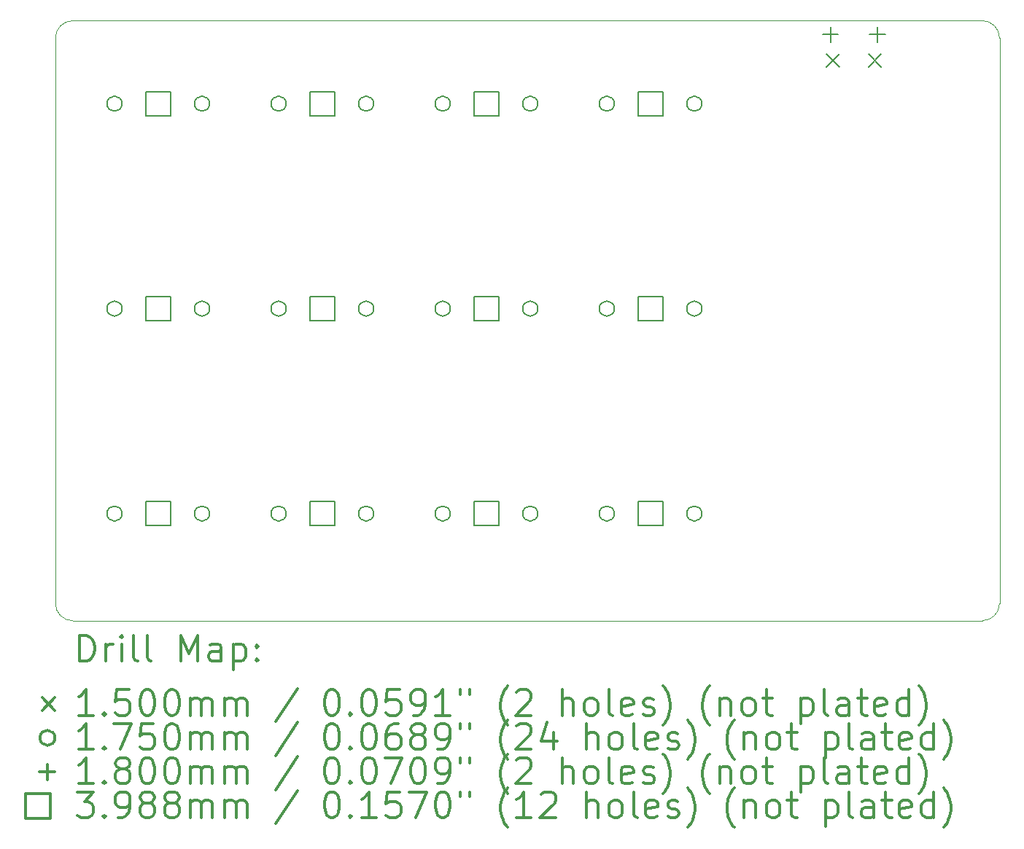
<source format=gbr>
%FSLAX45Y45*%
G04 Gerber Fmt 4.5, Leading zero omitted, Abs format (unit mm)*
G04 Created by KiCad (PCBNEW (5.1.10)-1) date 2021-11-22 08:37:44*
%MOMM*%
%LPD*%
G01*
G04 APERTURE LIST*
%TA.AperFunction,Profile*%
%ADD10C,0.100000*%
%TD*%
%ADD11C,0.200000*%
%ADD12C,0.300000*%
G04 APERTURE END LIST*
D10*
X17100000Y-3880000D02*
G75*
G02*
X17300000Y-4080000I0J-200000D01*
G01*
X17300000Y-10650000D02*
G75*
G02*
X17100000Y-10850000I-200000J0D01*
G01*
X6540000Y-10850000D02*
G75*
G02*
X6340000Y-10650000I0J200000D01*
G01*
X6340000Y-4080000D02*
X6340000Y-10650000D01*
X17100000Y-3880000D02*
X6540000Y-3880000D01*
X6340000Y-4080000D02*
G75*
G02*
X6540000Y-3880000I200000J0D01*
G01*
X17300000Y-10650000D02*
X17300000Y-4080000D01*
X6540000Y-10850000D02*
X17100000Y-10850000D01*
D11*
X15292500Y-4268000D02*
X15442500Y-4418000D01*
X15442500Y-4268000D02*
X15292500Y-4418000D01*
X15777500Y-4268000D02*
X15927500Y-4418000D01*
X15927500Y-4268000D02*
X15777500Y-4418000D01*
X7113000Y-4843500D02*
G75*
G03*
X7113000Y-4843500I-87500J0D01*
G01*
X7113000Y-7224750D02*
G75*
G03*
X7113000Y-7224750I-87500J0D01*
G01*
X7113000Y-9606000D02*
G75*
G03*
X7113000Y-9606000I-87500J0D01*
G01*
X8129000Y-4843500D02*
G75*
G03*
X8129000Y-4843500I-87500J0D01*
G01*
X8129000Y-7224750D02*
G75*
G03*
X8129000Y-7224750I-87500J0D01*
G01*
X8129000Y-9606000D02*
G75*
G03*
X8129000Y-9606000I-87500J0D01*
G01*
X9018000Y-4843500D02*
G75*
G03*
X9018000Y-4843500I-87500J0D01*
G01*
X9018000Y-7224750D02*
G75*
G03*
X9018000Y-7224750I-87500J0D01*
G01*
X9018000Y-9606000D02*
G75*
G03*
X9018000Y-9606000I-87500J0D01*
G01*
X10034000Y-4843500D02*
G75*
G03*
X10034000Y-4843500I-87500J0D01*
G01*
X10034000Y-7224750D02*
G75*
G03*
X10034000Y-7224750I-87500J0D01*
G01*
X10034000Y-9606000D02*
G75*
G03*
X10034000Y-9606000I-87500J0D01*
G01*
X10923000Y-4843500D02*
G75*
G03*
X10923000Y-4843500I-87500J0D01*
G01*
X10923000Y-7224750D02*
G75*
G03*
X10923000Y-7224750I-87500J0D01*
G01*
X10923000Y-9606000D02*
G75*
G03*
X10923000Y-9606000I-87500J0D01*
G01*
X11939000Y-4843500D02*
G75*
G03*
X11939000Y-4843500I-87500J0D01*
G01*
X11939000Y-7224750D02*
G75*
G03*
X11939000Y-7224750I-87500J0D01*
G01*
X11939000Y-9606000D02*
G75*
G03*
X11939000Y-9606000I-87500J0D01*
G01*
X12828000Y-4843500D02*
G75*
G03*
X12828000Y-4843500I-87500J0D01*
G01*
X12828000Y-7224750D02*
G75*
G03*
X12828000Y-7224750I-87500J0D01*
G01*
X12828000Y-9606000D02*
G75*
G03*
X12828000Y-9606000I-87500J0D01*
G01*
X13844000Y-4843500D02*
G75*
G03*
X13844000Y-4843500I-87500J0D01*
G01*
X13844000Y-7224750D02*
G75*
G03*
X13844000Y-7224750I-87500J0D01*
G01*
X13844000Y-9606000D02*
G75*
G03*
X13844000Y-9606000I-87500J0D01*
G01*
X15337500Y-3950000D02*
X15337500Y-4130000D01*
X15247500Y-4040000D02*
X15427500Y-4040000D01*
X15882500Y-3950000D02*
X15882500Y-4130000D01*
X15792500Y-4040000D02*
X15972500Y-4040000D01*
X7674491Y-4984491D02*
X7674491Y-4702509D01*
X7392509Y-4702509D01*
X7392509Y-4984491D01*
X7674491Y-4984491D01*
X7674491Y-7365741D02*
X7674491Y-7083759D01*
X7392509Y-7083759D01*
X7392509Y-7365741D01*
X7674491Y-7365741D01*
X7674491Y-9746991D02*
X7674491Y-9465009D01*
X7392509Y-9465009D01*
X7392509Y-9746991D01*
X7674491Y-9746991D01*
X9579491Y-4984491D02*
X9579491Y-4702509D01*
X9297509Y-4702509D01*
X9297509Y-4984491D01*
X9579491Y-4984491D01*
X9579491Y-7365741D02*
X9579491Y-7083759D01*
X9297509Y-7083759D01*
X9297509Y-7365741D01*
X9579491Y-7365741D01*
X9579491Y-9746991D02*
X9579491Y-9465009D01*
X9297509Y-9465009D01*
X9297509Y-9746991D01*
X9579491Y-9746991D01*
X11484491Y-4984491D02*
X11484491Y-4702509D01*
X11202509Y-4702509D01*
X11202509Y-4984491D01*
X11484491Y-4984491D01*
X11484491Y-7365741D02*
X11484491Y-7083759D01*
X11202509Y-7083759D01*
X11202509Y-7365741D01*
X11484491Y-7365741D01*
X11484491Y-9746991D02*
X11484491Y-9465009D01*
X11202509Y-9465009D01*
X11202509Y-9746991D01*
X11484491Y-9746991D01*
X13389491Y-4984491D02*
X13389491Y-4702509D01*
X13107509Y-4702509D01*
X13107509Y-4984491D01*
X13389491Y-4984491D01*
X13389491Y-7365741D02*
X13389491Y-7083759D01*
X13107509Y-7083759D01*
X13107509Y-7365741D01*
X13389491Y-7365741D01*
X13389491Y-9746991D02*
X13389491Y-9465009D01*
X13107509Y-9465009D01*
X13107509Y-9746991D01*
X13389491Y-9746991D01*
D12*
X6621428Y-11320714D02*
X6621428Y-11020714D01*
X6692857Y-11020714D01*
X6735714Y-11035000D01*
X6764286Y-11063572D01*
X6778571Y-11092143D01*
X6792857Y-11149286D01*
X6792857Y-11192143D01*
X6778571Y-11249286D01*
X6764286Y-11277857D01*
X6735714Y-11306429D01*
X6692857Y-11320714D01*
X6621428Y-11320714D01*
X6921428Y-11320714D02*
X6921428Y-11120714D01*
X6921428Y-11177857D02*
X6935714Y-11149286D01*
X6950000Y-11135000D01*
X6978571Y-11120714D01*
X7007143Y-11120714D01*
X7107143Y-11320714D02*
X7107143Y-11120714D01*
X7107143Y-11020714D02*
X7092857Y-11035000D01*
X7107143Y-11049286D01*
X7121428Y-11035000D01*
X7107143Y-11020714D01*
X7107143Y-11049286D01*
X7292857Y-11320714D02*
X7264286Y-11306429D01*
X7250000Y-11277857D01*
X7250000Y-11020714D01*
X7450000Y-11320714D02*
X7421428Y-11306429D01*
X7407143Y-11277857D01*
X7407143Y-11020714D01*
X7792857Y-11320714D02*
X7792857Y-11020714D01*
X7892857Y-11235000D01*
X7992857Y-11020714D01*
X7992857Y-11320714D01*
X8264286Y-11320714D02*
X8264286Y-11163572D01*
X8250000Y-11135000D01*
X8221428Y-11120714D01*
X8164286Y-11120714D01*
X8135714Y-11135000D01*
X8264286Y-11306429D02*
X8235714Y-11320714D01*
X8164286Y-11320714D01*
X8135714Y-11306429D01*
X8121428Y-11277857D01*
X8121428Y-11249286D01*
X8135714Y-11220714D01*
X8164286Y-11206429D01*
X8235714Y-11206429D01*
X8264286Y-11192143D01*
X8407143Y-11120714D02*
X8407143Y-11420714D01*
X8407143Y-11135000D02*
X8435714Y-11120714D01*
X8492857Y-11120714D01*
X8521428Y-11135000D01*
X8535714Y-11149286D01*
X8550000Y-11177857D01*
X8550000Y-11263571D01*
X8535714Y-11292143D01*
X8521428Y-11306429D01*
X8492857Y-11320714D01*
X8435714Y-11320714D01*
X8407143Y-11306429D01*
X8678571Y-11292143D02*
X8692857Y-11306429D01*
X8678571Y-11320714D01*
X8664286Y-11306429D01*
X8678571Y-11292143D01*
X8678571Y-11320714D01*
X8678571Y-11135000D02*
X8692857Y-11149286D01*
X8678571Y-11163572D01*
X8664286Y-11149286D01*
X8678571Y-11135000D01*
X8678571Y-11163572D01*
X6185000Y-11740000D02*
X6335000Y-11890000D01*
X6335000Y-11740000D02*
X6185000Y-11890000D01*
X6778571Y-11950714D02*
X6607143Y-11950714D01*
X6692857Y-11950714D02*
X6692857Y-11650714D01*
X6664286Y-11693571D01*
X6635714Y-11722143D01*
X6607143Y-11736429D01*
X6907143Y-11922143D02*
X6921428Y-11936429D01*
X6907143Y-11950714D01*
X6892857Y-11936429D01*
X6907143Y-11922143D01*
X6907143Y-11950714D01*
X7192857Y-11650714D02*
X7050000Y-11650714D01*
X7035714Y-11793571D01*
X7050000Y-11779286D01*
X7078571Y-11765000D01*
X7150000Y-11765000D01*
X7178571Y-11779286D01*
X7192857Y-11793571D01*
X7207143Y-11822143D01*
X7207143Y-11893571D01*
X7192857Y-11922143D01*
X7178571Y-11936429D01*
X7150000Y-11950714D01*
X7078571Y-11950714D01*
X7050000Y-11936429D01*
X7035714Y-11922143D01*
X7392857Y-11650714D02*
X7421428Y-11650714D01*
X7450000Y-11665000D01*
X7464286Y-11679286D01*
X7478571Y-11707857D01*
X7492857Y-11765000D01*
X7492857Y-11836429D01*
X7478571Y-11893571D01*
X7464286Y-11922143D01*
X7450000Y-11936429D01*
X7421428Y-11950714D01*
X7392857Y-11950714D01*
X7364286Y-11936429D01*
X7350000Y-11922143D01*
X7335714Y-11893571D01*
X7321428Y-11836429D01*
X7321428Y-11765000D01*
X7335714Y-11707857D01*
X7350000Y-11679286D01*
X7364286Y-11665000D01*
X7392857Y-11650714D01*
X7678571Y-11650714D02*
X7707143Y-11650714D01*
X7735714Y-11665000D01*
X7750000Y-11679286D01*
X7764286Y-11707857D01*
X7778571Y-11765000D01*
X7778571Y-11836429D01*
X7764286Y-11893571D01*
X7750000Y-11922143D01*
X7735714Y-11936429D01*
X7707143Y-11950714D01*
X7678571Y-11950714D01*
X7650000Y-11936429D01*
X7635714Y-11922143D01*
X7621428Y-11893571D01*
X7607143Y-11836429D01*
X7607143Y-11765000D01*
X7621428Y-11707857D01*
X7635714Y-11679286D01*
X7650000Y-11665000D01*
X7678571Y-11650714D01*
X7907143Y-11950714D02*
X7907143Y-11750714D01*
X7907143Y-11779286D02*
X7921428Y-11765000D01*
X7950000Y-11750714D01*
X7992857Y-11750714D01*
X8021428Y-11765000D01*
X8035714Y-11793571D01*
X8035714Y-11950714D01*
X8035714Y-11793571D02*
X8050000Y-11765000D01*
X8078571Y-11750714D01*
X8121428Y-11750714D01*
X8150000Y-11765000D01*
X8164286Y-11793571D01*
X8164286Y-11950714D01*
X8307143Y-11950714D02*
X8307143Y-11750714D01*
X8307143Y-11779286D02*
X8321428Y-11765000D01*
X8350000Y-11750714D01*
X8392857Y-11750714D01*
X8421428Y-11765000D01*
X8435714Y-11793571D01*
X8435714Y-11950714D01*
X8435714Y-11793571D02*
X8450000Y-11765000D01*
X8478571Y-11750714D01*
X8521428Y-11750714D01*
X8550000Y-11765000D01*
X8564286Y-11793571D01*
X8564286Y-11950714D01*
X9150000Y-11636429D02*
X8892857Y-12022143D01*
X9535714Y-11650714D02*
X9564286Y-11650714D01*
X9592857Y-11665000D01*
X9607143Y-11679286D01*
X9621428Y-11707857D01*
X9635714Y-11765000D01*
X9635714Y-11836429D01*
X9621428Y-11893571D01*
X9607143Y-11922143D01*
X9592857Y-11936429D01*
X9564286Y-11950714D01*
X9535714Y-11950714D01*
X9507143Y-11936429D01*
X9492857Y-11922143D01*
X9478571Y-11893571D01*
X9464286Y-11836429D01*
X9464286Y-11765000D01*
X9478571Y-11707857D01*
X9492857Y-11679286D01*
X9507143Y-11665000D01*
X9535714Y-11650714D01*
X9764286Y-11922143D02*
X9778571Y-11936429D01*
X9764286Y-11950714D01*
X9750000Y-11936429D01*
X9764286Y-11922143D01*
X9764286Y-11950714D01*
X9964286Y-11650714D02*
X9992857Y-11650714D01*
X10021428Y-11665000D01*
X10035714Y-11679286D01*
X10050000Y-11707857D01*
X10064286Y-11765000D01*
X10064286Y-11836429D01*
X10050000Y-11893571D01*
X10035714Y-11922143D01*
X10021428Y-11936429D01*
X9992857Y-11950714D01*
X9964286Y-11950714D01*
X9935714Y-11936429D01*
X9921428Y-11922143D01*
X9907143Y-11893571D01*
X9892857Y-11836429D01*
X9892857Y-11765000D01*
X9907143Y-11707857D01*
X9921428Y-11679286D01*
X9935714Y-11665000D01*
X9964286Y-11650714D01*
X10335714Y-11650714D02*
X10192857Y-11650714D01*
X10178571Y-11793571D01*
X10192857Y-11779286D01*
X10221428Y-11765000D01*
X10292857Y-11765000D01*
X10321428Y-11779286D01*
X10335714Y-11793571D01*
X10350000Y-11822143D01*
X10350000Y-11893571D01*
X10335714Y-11922143D01*
X10321428Y-11936429D01*
X10292857Y-11950714D01*
X10221428Y-11950714D01*
X10192857Y-11936429D01*
X10178571Y-11922143D01*
X10492857Y-11950714D02*
X10550000Y-11950714D01*
X10578571Y-11936429D01*
X10592857Y-11922143D01*
X10621428Y-11879286D01*
X10635714Y-11822143D01*
X10635714Y-11707857D01*
X10621428Y-11679286D01*
X10607143Y-11665000D01*
X10578571Y-11650714D01*
X10521428Y-11650714D01*
X10492857Y-11665000D01*
X10478571Y-11679286D01*
X10464286Y-11707857D01*
X10464286Y-11779286D01*
X10478571Y-11807857D01*
X10492857Y-11822143D01*
X10521428Y-11836429D01*
X10578571Y-11836429D01*
X10607143Y-11822143D01*
X10621428Y-11807857D01*
X10635714Y-11779286D01*
X10921428Y-11950714D02*
X10750000Y-11950714D01*
X10835714Y-11950714D02*
X10835714Y-11650714D01*
X10807143Y-11693571D01*
X10778571Y-11722143D01*
X10750000Y-11736429D01*
X11035714Y-11650714D02*
X11035714Y-11707857D01*
X11150000Y-11650714D02*
X11150000Y-11707857D01*
X11592857Y-12065000D02*
X11578571Y-12050714D01*
X11550000Y-12007857D01*
X11535714Y-11979286D01*
X11521428Y-11936429D01*
X11507143Y-11865000D01*
X11507143Y-11807857D01*
X11521428Y-11736429D01*
X11535714Y-11693571D01*
X11550000Y-11665000D01*
X11578571Y-11622143D01*
X11592857Y-11607857D01*
X11692857Y-11679286D02*
X11707143Y-11665000D01*
X11735714Y-11650714D01*
X11807143Y-11650714D01*
X11835714Y-11665000D01*
X11850000Y-11679286D01*
X11864286Y-11707857D01*
X11864286Y-11736429D01*
X11850000Y-11779286D01*
X11678571Y-11950714D01*
X11864286Y-11950714D01*
X12221428Y-11950714D02*
X12221428Y-11650714D01*
X12350000Y-11950714D02*
X12350000Y-11793571D01*
X12335714Y-11765000D01*
X12307143Y-11750714D01*
X12264286Y-11750714D01*
X12235714Y-11765000D01*
X12221428Y-11779286D01*
X12535714Y-11950714D02*
X12507143Y-11936429D01*
X12492857Y-11922143D01*
X12478571Y-11893571D01*
X12478571Y-11807857D01*
X12492857Y-11779286D01*
X12507143Y-11765000D01*
X12535714Y-11750714D01*
X12578571Y-11750714D01*
X12607143Y-11765000D01*
X12621428Y-11779286D01*
X12635714Y-11807857D01*
X12635714Y-11893571D01*
X12621428Y-11922143D01*
X12607143Y-11936429D01*
X12578571Y-11950714D01*
X12535714Y-11950714D01*
X12807143Y-11950714D02*
X12778571Y-11936429D01*
X12764286Y-11907857D01*
X12764286Y-11650714D01*
X13035714Y-11936429D02*
X13007143Y-11950714D01*
X12950000Y-11950714D01*
X12921428Y-11936429D01*
X12907143Y-11907857D01*
X12907143Y-11793571D01*
X12921428Y-11765000D01*
X12950000Y-11750714D01*
X13007143Y-11750714D01*
X13035714Y-11765000D01*
X13050000Y-11793571D01*
X13050000Y-11822143D01*
X12907143Y-11850714D01*
X13164286Y-11936429D02*
X13192857Y-11950714D01*
X13250000Y-11950714D01*
X13278571Y-11936429D01*
X13292857Y-11907857D01*
X13292857Y-11893571D01*
X13278571Y-11865000D01*
X13250000Y-11850714D01*
X13207143Y-11850714D01*
X13178571Y-11836429D01*
X13164286Y-11807857D01*
X13164286Y-11793571D01*
X13178571Y-11765000D01*
X13207143Y-11750714D01*
X13250000Y-11750714D01*
X13278571Y-11765000D01*
X13392857Y-12065000D02*
X13407143Y-12050714D01*
X13435714Y-12007857D01*
X13450000Y-11979286D01*
X13464286Y-11936429D01*
X13478571Y-11865000D01*
X13478571Y-11807857D01*
X13464286Y-11736429D01*
X13450000Y-11693571D01*
X13435714Y-11665000D01*
X13407143Y-11622143D01*
X13392857Y-11607857D01*
X13935714Y-12065000D02*
X13921428Y-12050714D01*
X13892857Y-12007857D01*
X13878571Y-11979286D01*
X13864286Y-11936429D01*
X13850000Y-11865000D01*
X13850000Y-11807857D01*
X13864286Y-11736429D01*
X13878571Y-11693571D01*
X13892857Y-11665000D01*
X13921428Y-11622143D01*
X13935714Y-11607857D01*
X14050000Y-11750714D02*
X14050000Y-11950714D01*
X14050000Y-11779286D02*
X14064286Y-11765000D01*
X14092857Y-11750714D01*
X14135714Y-11750714D01*
X14164286Y-11765000D01*
X14178571Y-11793571D01*
X14178571Y-11950714D01*
X14364286Y-11950714D02*
X14335714Y-11936429D01*
X14321428Y-11922143D01*
X14307143Y-11893571D01*
X14307143Y-11807857D01*
X14321428Y-11779286D01*
X14335714Y-11765000D01*
X14364286Y-11750714D01*
X14407143Y-11750714D01*
X14435714Y-11765000D01*
X14450000Y-11779286D01*
X14464286Y-11807857D01*
X14464286Y-11893571D01*
X14450000Y-11922143D01*
X14435714Y-11936429D01*
X14407143Y-11950714D01*
X14364286Y-11950714D01*
X14550000Y-11750714D02*
X14664286Y-11750714D01*
X14592857Y-11650714D02*
X14592857Y-11907857D01*
X14607143Y-11936429D01*
X14635714Y-11950714D01*
X14664286Y-11950714D01*
X14992857Y-11750714D02*
X14992857Y-12050714D01*
X14992857Y-11765000D02*
X15021428Y-11750714D01*
X15078571Y-11750714D01*
X15107143Y-11765000D01*
X15121428Y-11779286D01*
X15135714Y-11807857D01*
X15135714Y-11893571D01*
X15121428Y-11922143D01*
X15107143Y-11936429D01*
X15078571Y-11950714D01*
X15021428Y-11950714D01*
X14992857Y-11936429D01*
X15307143Y-11950714D02*
X15278571Y-11936429D01*
X15264286Y-11907857D01*
X15264286Y-11650714D01*
X15550000Y-11950714D02*
X15550000Y-11793571D01*
X15535714Y-11765000D01*
X15507143Y-11750714D01*
X15450000Y-11750714D01*
X15421428Y-11765000D01*
X15550000Y-11936429D02*
X15521428Y-11950714D01*
X15450000Y-11950714D01*
X15421428Y-11936429D01*
X15407143Y-11907857D01*
X15407143Y-11879286D01*
X15421428Y-11850714D01*
X15450000Y-11836429D01*
X15521428Y-11836429D01*
X15550000Y-11822143D01*
X15650000Y-11750714D02*
X15764286Y-11750714D01*
X15692857Y-11650714D02*
X15692857Y-11907857D01*
X15707143Y-11936429D01*
X15735714Y-11950714D01*
X15764286Y-11950714D01*
X15978571Y-11936429D02*
X15950000Y-11950714D01*
X15892857Y-11950714D01*
X15864286Y-11936429D01*
X15850000Y-11907857D01*
X15850000Y-11793571D01*
X15864286Y-11765000D01*
X15892857Y-11750714D01*
X15950000Y-11750714D01*
X15978571Y-11765000D01*
X15992857Y-11793571D01*
X15992857Y-11822143D01*
X15850000Y-11850714D01*
X16250000Y-11950714D02*
X16250000Y-11650714D01*
X16250000Y-11936429D02*
X16221428Y-11950714D01*
X16164286Y-11950714D01*
X16135714Y-11936429D01*
X16121428Y-11922143D01*
X16107143Y-11893571D01*
X16107143Y-11807857D01*
X16121428Y-11779286D01*
X16135714Y-11765000D01*
X16164286Y-11750714D01*
X16221428Y-11750714D01*
X16250000Y-11765000D01*
X16364286Y-12065000D02*
X16378571Y-12050714D01*
X16407143Y-12007857D01*
X16421428Y-11979286D01*
X16435714Y-11936429D01*
X16450000Y-11865000D01*
X16450000Y-11807857D01*
X16435714Y-11736429D01*
X16421428Y-11693571D01*
X16407143Y-11665000D01*
X16378571Y-11622143D01*
X16364286Y-11607857D01*
X6335000Y-12211000D02*
G75*
G03*
X6335000Y-12211000I-87500J0D01*
G01*
X6778571Y-12346714D02*
X6607143Y-12346714D01*
X6692857Y-12346714D02*
X6692857Y-12046714D01*
X6664286Y-12089571D01*
X6635714Y-12118143D01*
X6607143Y-12132429D01*
X6907143Y-12318143D02*
X6921428Y-12332429D01*
X6907143Y-12346714D01*
X6892857Y-12332429D01*
X6907143Y-12318143D01*
X6907143Y-12346714D01*
X7021428Y-12046714D02*
X7221428Y-12046714D01*
X7092857Y-12346714D01*
X7478571Y-12046714D02*
X7335714Y-12046714D01*
X7321428Y-12189571D01*
X7335714Y-12175286D01*
X7364286Y-12161000D01*
X7435714Y-12161000D01*
X7464286Y-12175286D01*
X7478571Y-12189571D01*
X7492857Y-12218143D01*
X7492857Y-12289571D01*
X7478571Y-12318143D01*
X7464286Y-12332429D01*
X7435714Y-12346714D01*
X7364286Y-12346714D01*
X7335714Y-12332429D01*
X7321428Y-12318143D01*
X7678571Y-12046714D02*
X7707143Y-12046714D01*
X7735714Y-12061000D01*
X7750000Y-12075286D01*
X7764286Y-12103857D01*
X7778571Y-12161000D01*
X7778571Y-12232429D01*
X7764286Y-12289571D01*
X7750000Y-12318143D01*
X7735714Y-12332429D01*
X7707143Y-12346714D01*
X7678571Y-12346714D01*
X7650000Y-12332429D01*
X7635714Y-12318143D01*
X7621428Y-12289571D01*
X7607143Y-12232429D01*
X7607143Y-12161000D01*
X7621428Y-12103857D01*
X7635714Y-12075286D01*
X7650000Y-12061000D01*
X7678571Y-12046714D01*
X7907143Y-12346714D02*
X7907143Y-12146714D01*
X7907143Y-12175286D02*
X7921428Y-12161000D01*
X7950000Y-12146714D01*
X7992857Y-12146714D01*
X8021428Y-12161000D01*
X8035714Y-12189571D01*
X8035714Y-12346714D01*
X8035714Y-12189571D02*
X8050000Y-12161000D01*
X8078571Y-12146714D01*
X8121428Y-12146714D01*
X8150000Y-12161000D01*
X8164286Y-12189571D01*
X8164286Y-12346714D01*
X8307143Y-12346714D02*
X8307143Y-12146714D01*
X8307143Y-12175286D02*
X8321428Y-12161000D01*
X8350000Y-12146714D01*
X8392857Y-12146714D01*
X8421428Y-12161000D01*
X8435714Y-12189571D01*
X8435714Y-12346714D01*
X8435714Y-12189571D02*
X8450000Y-12161000D01*
X8478571Y-12146714D01*
X8521428Y-12146714D01*
X8550000Y-12161000D01*
X8564286Y-12189571D01*
X8564286Y-12346714D01*
X9150000Y-12032429D02*
X8892857Y-12418143D01*
X9535714Y-12046714D02*
X9564286Y-12046714D01*
X9592857Y-12061000D01*
X9607143Y-12075286D01*
X9621428Y-12103857D01*
X9635714Y-12161000D01*
X9635714Y-12232429D01*
X9621428Y-12289571D01*
X9607143Y-12318143D01*
X9592857Y-12332429D01*
X9564286Y-12346714D01*
X9535714Y-12346714D01*
X9507143Y-12332429D01*
X9492857Y-12318143D01*
X9478571Y-12289571D01*
X9464286Y-12232429D01*
X9464286Y-12161000D01*
X9478571Y-12103857D01*
X9492857Y-12075286D01*
X9507143Y-12061000D01*
X9535714Y-12046714D01*
X9764286Y-12318143D02*
X9778571Y-12332429D01*
X9764286Y-12346714D01*
X9750000Y-12332429D01*
X9764286Y-12318143D01*
X9764286Y-12346714D01*
X9964286Y-12046714D02*
X9992857Y-12046714D01*
X10021428Y-12061000D01*
X10035714Y-12075286D01*
X10050000Y-12103857D01*
X10064286Y-12161000D01*
X10064286Y-12232429D01*
X10050000Y-12289571D01*
X10035714Y-12318143D01*
X10021428Y-12332429D01*
X9992857Y-12346714D01*
X9964286Y-12346714D01*
X9935714Y-12332429D01*
X9921428Y-12318143D01*
X9907143Y-12289571D01*
X9892857Y-12232429D01*
X9892857Y-12161000D01*
X9907143Y-12103857D01*
X9921428Y-12075286D01*
X9935714Y-12061000D01*
X9964286Y-12046714D01*
X10321428Y-12046714D02*
X10264286Y-12046714D01*
X10235714Y-12061000D01*
X10221428Y-12075286D01*
X10192857Y-12118143D01*
X10178571Y-12175286D01*
X10178571Y-12289571D01*
X10192857Y-12318143D01*
X10207143Y-12332429D01*
X10235714Y-12346714D01*
X10292857Y-12346714D01*
X10321428Y-12332429D01*
X10335714Y-12318143D01*
X10350000Y-12289571D01*
X10350000Y-12218143D01*
X10335714Y-12189571D01*
X10321428Y-12175286D01*
X10292857Y-12161000D01*
X10235714Y-12161000D01*
X10207143Y-12175286D01*
X10192857Y-12189571D01*
X10178571Y-12218143D01*
X10521428Y-12175286D02*
X10492857Y-12161000D01*
X10478571Y-12146714D01*
X10464286Y-12118143D01*
X10464286Y-12103857D01*
X10478571Y-12075286D01*
X10492857Y-12061000D01*
X10521428Y-12046714D01*
X10578571Y-12046714D01*
X10607143Y-12061000D01*
X10621428Y-12075286D01*
X10635714Y-12103857D01*
X10635714Y-12118143D01*
X10621428Y-12146714D01*
X10607143Y-12161000D01*
X10578571Y-12175286D01*
X10521428Y-12175286D01*
X10492857Y-12189571D01*
X10478571Y-12203857D01*
X10464286Y-12232429D01*
X10464286Y-12289571D01*
X10478571Y-12318143D01*
X10492857Y-12332429D01*
X10521428Y-12346714D01*
X10578571Y-12346714D01*
X10607143Y-12332429D01*
X10621428Y-12318143D01*
X10635714Y-12289571D01*
X10635714Y-12232429D01*
X10621428Y-12203857D01*
X10607143Y-12189571D01*
X10578571Y-12175286D01*
X10778571Y-12346714D02*
X10835714Y-12346714D01*
X10864286Y-12332429D01*
X10878571Y-12318143D01*
X10907143Y-12275286D01*
X10921428Y-12218143D01*
X10921428Y-12103857D01*
X10907143Y-12075286D01*
X10892857Y-12061000D01*
X10864286Y-12046714D01*
X10807143Y-12046714D01*
X10778571Y-12061000D01*
X10764286Y-12075286D01*
X10750000Y-12103857D01*
X10750000Y-12175286D01*
X10764286Y-12203857D01*
X10778571Y-12218143D01*
X10807143Y-12232429D01*
X10864286Y-12232429D01*
X10892857Y-12218143D01*
X10907143Y-12203857D01*
X10921428Y-12175286D01*
X11035714Y-12046714D02*
X11035714Y-12103857D01*
X11150000Y-12046714D02*
X11150000Y-12103857D01*
X11592857Y-12461000D02*
X11578571Y-12446714D01*
X11550000Y-12403857D01*
X11535714Y-12375286D01*
X11521428Y-12332429D01*
X11507143Y-12261000D01*
X11507143Y-12203857D01*
X11521428Y-12132429D01*
X11535714Y-12089571D01*
X11550000Y-12061000D01*
X11578571Y-12018143D01*
X11592857Y-12003857D01*
X11692857Y-12075286D02*
X11707143Y-12061000D01*
X11735714Y-12046714D01*
X11807143Y-12046714D01*
X11835714Y-12061000D01*
X11850000Y-12075286D01*
X11864286Y-12103857D01*
X11864286Y-12132429D01*
X11850000Y-12175286D01*
X11678571Y-12346714D01*
X11864286Y-12346714D01*
X12121428Y-12146714D02*
X12121428Y-12346714D01*
X12050000Y-12032429D02*
X11978571Y-12246714D01*
X12164286Y-12246714D01*
X12507143Y-12346714D02*
X12507143Y-12046714D01*
X12635714Y-12346714D02*
X12635714Y-12189571D01*
X12621428Y-12161000D01*
X12592857Y-12146714D01*
X12550000Y-12146714D01*
X12521428Y-12161000D01*
X12507143Y-12175286D01*
X12821428Y-12346714D02*
X12792857Y-12332429D01*
X12778571Y-12318143D01*
X12764286Y-12289571D01*
X12764286Y-12203857D01*
X12778571Y-12175286D01*
X12792857Y-12161000D01*
X12821428Y-12146714D01*
X12864286Y-12146714D01*
X12892857Y-12161000D01*
X12907143Y-12175286D01*
X12921428Y-12203857D01*
X12921428Y-12289571D01*
X12907143Y-12318143D01*
X12892857Y-12332429D01*
X12864286Y-12346714D01*
X12821428Y-12346714D01*
X13092857Y-12346714D02*
X13064286Y-12332429D01*
X13050000Y-12303857D01*
X13050000Y-12046714D01*
X13321428Y-12332429D02*
X13292857Y-12346714D01*
X13235714Y-12346714D01*
X13207143Y-12332429D01*
X13192857Y-12303857D01*
X13192857Y-12189571D01*
X13207143Y-12161000D01*
X13235714Y-12146714D01*
X13292857Y-12146714D01*
X13321428Y-12161000D01*
X13335714Y-12189571D01*
X13335714Y-12218143D01*
X13192857Y-12246714D01*
X13450000Y-12332429D02*
X13478571Y-12346714D01*
X13535714Y-12346714D01*
X13564286Y-12332429D01*
X13578571Y-12303857D01*
X13578571Y-12289571D01*
X13564286Y-12261000D01*
X13535714Y-12246714D01*
X13492857Y-12246714D01*
X13464286Y-12232429D01*
X13450000Y-12203857D01*
X13450000Y-12189571D01*
X13464286Y-12161000D01*
X13492857Y-12146714D01*
X13535714Y-12146714D01*
X13564286Y-12161000D01*
X13678571Y-12461000D02*
X13692857Y-12446714D01*
X13721428Y-12403857D01*
X13735714Y-12375286D01*
X13750000Y-12332429D01*
X13764286Y-12261000D01*
X13764286Y-12203857D01*
X13750000Y-12132429D01*
X13735714Y-12089571D01*
X13721428Y-12061000D01*
X13692857Y-12018143D01*
X13678571Y-12003857D01*
X14221428Y-12461000D02*
X14207143Y-12446714D01*
X14178571Y-12403857D01*
X14164286Y-12375286D01*
X14150000Y-12332429D01*
X14135714Y-12261000D01*
X14135714Y-12203857D01*
X14150000Y-12132429D01*
X14164286Y-12089571D01*
X14178571Y-12061000D01*
X14207143Y-12018143D01*
X14221428Y-12003857D01*
X14335714Y-12146714D02*
X14335714Y-12346714D01*
X14335714Y-12175286D02*
X14350000Y-12161000D01*
X14378571Y-12146714D01*
X14421428Y-12146714D01*
X14450000Y-12161000D01*
X14464286Y-12189571D01*
X14464286Y-12346714D01*
X14650000Y-12346714D02*
X14621428Y-12332429D01*
X14607143Y-12318143D01*
X14592857Y-12289571D01*
X14592857Y-12203857D01*
X14607143Y-12175286D01*
X14621428Y-12161000D01*
X14650000Y-12146714D01*
X14692857Y-12146714D01*
X14721428Y-12161000D01*
X14735714Y-12175286D01*
X14750000Y-12203857D01*
X14750000Y-12289571D01*
X14735714Y-12318143D01*
X14721428Y-12332429D01*
X14692857Y-12346714D01*
X14650000Y-12346714D01*
X14835714Y-12146714D02*
X14950000Y-12146714D01*
X14878571Y-12046714D02*
X14878571Y-12303857D01*
X14892857Y-12332429D01*
X14921428Y-12346714D01*
X14950000Y-12346714D01*
X15278571Y-12146714D02*
X15278571Y-12446714D01*
X15278571Y-12161000D02*
X15307143Y-12146714D01*
X15364286Y-12146714D01*
X15392857Y-12161000D01*
X15407143Y-12175286D01*
X15421428Y-12203857D01*
X15421428Y-12289571D01*
X15407143Y-12318143D01*
X15392857Y-12332429D01*
X15364286Y-12346714D01*
X15307143Y-12346714D01*
X15278571Y-12332429D01*
X15592857Y-12346714D02*
X15564286Y-12332429D01*
X15550000Y-12303857D01*
X15550000Y-12046714D01*
X15835714Y-12346714D02*
X15835714Y-12189571D01*
X15821428Y-12161000D01*
X15792857Y-12146714D01*
X15735714Y-12146714D01*
X15707143Y-12161000D01*
X15835714Y-12332429D02*
X15807143Y-12346714D01*
X15735714Y-12346714D01*
X15707143Y-12332429D01*
X15692857Y-12303857D01*
X15692857Y-12275286D01*
X15707143Y-12246714D01*
X15735714Y-12232429D01*
X15807143Y-12232429D01*
X15835714Y-12218143D01*
X15935714Y-12146714D02*
X16050000Y-12146714D01*
X15978571Y-12046714D02*
X15978571Y-12303857D01*
X15992857Y-12332429D01*
X16021428Y-12346714D01*
X16050000Y-12346714D01*
X16264286Y-12332429D02*
X16235714Y-12346714D01*
X16178571Y-12346714D01*
X16150000Y-12332429D01*
X16135714Y-12303857D01*
X16135714Y-12189571D01*
X16150000Y-12161000D01*
X16178571Y-12146714D01*
X16235714Y-12146714D01*
X16264286Y-12161000D01*
X16278571Y-12189571D01*
X16278571Y-12218143D01*
X16135714Y-12246714D01*
X16535714Y-12346714D02*
X16535714Y-12046714D01*
X16535714Y-12332429D02*
X16507143Y-12346714D01*
X16450000Y-12346714D01*
X16421428Y-12332429D01*
X16407143Y-12318143D01*
X16392857Y-12289571D01*
X16392857Y-12203857D01*
X16407143Y-12175286D01*
X16421428Y-12161000D01*
X16450000Y-12146714D01*
X16507143Y-12146714D01*
X16535714Y-12161000D01*
X16650000Y-12461000D02*
X16664286Y-12446714D01*
X16692857Y-12403857D01*
X16707143Y-12375286D01*
X16721428Y-12332429D01*
X16735714Y-12261000D01*
X16735714Y-12203857D01*
X16721428Y-12132429D01*
X16707143Y-12089571D01*
X16692857Y-12061000D01*
X16664286Y-12018143D01*
X16650000Y-12003857D01*
X6245000Y-12517000D02*
X6245000Y-12697000D01*
X6155000Y-12607000D02*
X6335000Y-12607000D01*
X6778571Y-12742714D02*
X6607143Y-12742714D01*
X6692857Y-12742714D02*
X6692857Y-12442714D01*
X6664286Y-12485571D01*
X6635714Y-12514143D01*
X6607143Y-12528429D01*
X6907143Y-12714143D02*
X6921428Y-12728429D01*
X6907143Y-12742714D01*
X6892857Y-12728429D01*
X6907143Y-12714143D01*
X6907143Y-12742714D01*
X7092857Y-12571286D02*
X7064286Y-12557000D01*
X7050000Y-12542714D01*
X7035714Y-12514143D01*
X7035714Y-12499857D01*
X7050000Y-12471286D01*
X7064286Y-12457000D01*
X7092857Y-12442714D01*
X7150000Y-12442714D01*
X7178571Y-12457000D01*
X7192857Y-12471286D01*
X7207143Y-12499857D01*
X7207143Y-12514143D01*
X7192857Y-12542714D01*
X7178571Y-12557000D01*
X7150000Y-12571286D01*
X7092857Y-12571286D01*
X7064286Y-12585571D01*
X7050000Y-12599857D01*
X7035714Y-12628429D01*
X7035714Y-12685571D01*
X7050000Y-12714143D01*
X7064286Y-12728429D01*
X7092857Y-12742714D01*
X7150000Y-12742714D01*
X7178571Y-12728429D01*
X7192857Y-12714143D01*
X7207143Y-12685571D01*
X7207143Y-12628429D01*
X7192857Y-12599857D01*
X7178571Y-12585571D01*
X7150000Y-12571286D01*
X7392857Y-12442714D02*
X7421428Y-12442714D01*
X7450000Y-12457000D01*
X7464286Y-12471286D01*
X7478571Y-12499857D01*
X7492857Y-12557000D01*
X7492857Y-12628429D01*
X7478571Y-12685571D01*
X7464286Y-12714143D01*
X7450000Y-12728429D01*
X7421428Y-12742714D01*
X7392857Y-12742714D01*
X7364286Y-12728429D01*
X7350000Y-12714143D01*
X7335714Y-12685571D01*
X7321428Y-12628429D01*
X7321428Y-12557000D01*
X7335714Y-12499857D01*
X7350000Y-12471286D01*
X7364286Y-12457000D01*
X7392857Y-12442714D01*
X7678571Y-12442714D02*
X7707143Y-12442714D01*
X7735714Y-12457000D01*
X7750000Y-12471286D01*
X7764286Y-12499857D01*
X7778571Y-12557000D01*
X7778571Y-12628429D01*
X7764286Y-12685571D01*
X7750000Y-12714143D01*
X7735714Y-12728429D01*
X7707143Y-12742714D01*
X7678571Y-12742714D01*
X7650000Y-12728429D01*
X7635714Y-12714143D01*
X7621428Y-12685571D01*
X7607143Y-12628429D01*
X7607143Y-12557000D01*
X7621428Y-12499857D01*
X7635714Y-12471286D01*
X7650000Y-12457000D01*
X7678571Y-12442714D01*
X7907143Y-12742714D02*
X7907143Y-12542714D01*
X7907143Y-12571286D02*
X7921428Y-12557000D01*
X7950000Y-12542714D01*
X7992857Y-12542714D01*
X8021428Y-12557000D01*
X8035714Y-12585571D01*
X8035714Y-12742714D01*
X8035714Y-12585571D02*
X8050000Y-12557000D01*
X8078571Y-12542714D01*
X8121428Y-12542714D01*
X8150000Y-12557000D01*
X8164286Y-12585571D01*
X8164286Y-12742714D01*
X8307143Y-12742714D02*
X8307143Y-12542714D01*
X8307143Y-12571286D02*
X8321428Y-12557000D01*
X8350000Y-12542714D01*
X8392857Y-12542714D01*
X8421428Y-12557000D01*
X8435714Y-12585571D01*
X8435714Y-12742714D01*
X8435714Y-12585571D02*
X8450000Y-12557000D01*
X8478571Y-12542714D01*
X8521428Y-12542714D01*
X8550000Y-12557000D01*
X8564286Y-12585571D01*
X8564286Y-12742714D01*
X9150000Y-12428429D02*
X8892857Y-12814143D01*
X9535714Y-12442714D02*
X9564286Y-12442714D01*
X9592857Y-12457000D01*
X9607143Y-12471286D01*
X9621428Y-12499857D01*
X9635714Y-12557000D01*
X9635714Y-12628429D01*
X9621428Y-12685571D01*
X9607143Y-12714143D01*
X9592857Y-12728429D01*
X9564286Y-12742714D01*
X9535714Y-12742714D01*
X9507143Y-12728429D01*
X9492857Y-12714143D01*
X9478571Y-12685571D01*
X9464286Y-12628429D01*
X9464286Y-12557000D01*
X9478571Y-12499857D01*
X9492857Y-12471286D01*
X9507143Y-12457000D01*
X9535714Y-12442714D01*
X9764286Y-12714143D02*
X9778571Y-12728429D01*
X9764286Y-12742714D01*
X9750000Y-12728429D01*
X9764286Y-12714143D01*
X9764286Y-12742714D01*
X9964286Y-12442714D02*
X9992857Y-12442714D01*
X10021428Y-12457000D01*
X10035714Y-12471286D01*
X10050000Y-12499857D01*
X10064286Y-12557000D01*
X10064286Y-12628429D01*
X10050000Y-12685571D01*
X10035714Y-12714143D01*
X10021428Y-12728429D01*
X9992857Y-12742714D01*
X9964286Y-12742714D01*
X9935714Y-12728429D01*
X9921428Y-12714143D01*
X9907143Y-12685571D01*
X9892857Y-12628429D01*
X9892857Y-12557000D01*
X9907143Y-12499857D01*
X9921428Y-12471286D01*
X9935714Y-12457000D01*
X9964286Y-12442714D01*
X10164286Y-12442714D02*
X10364286Y-12442714D01*
X10235714Y-12742714D01*
X10535714Y-12442714D02*
X10564286Y-12442714D01*
X10592857Y-12457000D01*
X10607143Y-12471286D01*
X10621428Y-12499857D01*
X10635714Y-12557000D01*
X10635714Y-12628429D01*
X10621428Y-12685571D01*
X10607143Y-12714143D01*
X10592857Y-12728429D01*
X10564286Y-12742714D01*
X10535714Y-12742714D01*
X10507143Y-12728429D01*
X10492857Y-12714143D01*
X10478571Y-12685571D01*
X10464286Y-12628429D01*
X10464286Y-12557000D01*
X10478571Y-12499857D01*
X10492857Y-12471286D01*
X10507143Y-12457000D01*
X10535714Y-12442714D01*
X10778571Y-12742714D02*
X10835714Y-12742714D01*
X10864286Y-12728429D01*
X10878571Y-12714143D01*
X10907143Y-12671286D01*
X10921428Y-12614143D01*
X10921428Y-12499857D01*
X10907143Y-12471286D01*
X10892857Y-12457000D01*
X10864286Y-12442714D01*
X10807143Y-12442714D01*
X10778571Y-12457000D01*
X10764286Y-12471286D01*
X10750000Y-12499857D01*
X10750000Y-12571286D01*
X10764286Y-12599857D01*
X10778571Y-12614143D01*
X10807143Y-12628429D01*
X10864286Y-12628429D01*
X10892857Y-12614143D01*
X10907143Y-12599857D01*
X10921428Y-12571286D01*
X11035714Y-12442714D02*
X11035714Y-12499857D01*
X11150000Y-12442714D02*
X11150000Y-12499857D01*
X11592857Y-12857000D02*
X11578571Y-12842714D01*
X11550000Y-12799857D01*
X11535714Y-12771286D01*
X11521428Y-12728429D01*
X11507143Y-12657000D01*
X11507143Y-12599857D01*
X11521428Y-12528429D01*
X11535714Y-12485571D01*
X11550000Y-12457000D01*
X11578571Y-12414143D01*
X11592857Y-12399857D01*
X11692857Y-12471286D02*
X11707143Y-12457000D01*
X11735714Y-12442714D01*
X11807143Y-12442714D01*
X11835714Y-12457000D01*
X11850000Y-12471286D01*
X11864286Y-12499857D01*
X11864286Y-12528429D01*
X11850000Y-12571286D01*
X11678571Y-12742714D01*
X11864286Y-12742714D01*
X12221428Y-12742714D02*
X12221428Y-12442714D01*
X12350000Y-12742714D02*
X12350000Y-12585571D01*
X12335714Y-12557000D01*
X12307143Y-12542714D01*
X12264286Y-12542714D01*
X12235714Y-12557000D01*
X12221428Y-12571286D01*
X12535714Y-12742714D02*
X12507143Y-12728429D01*
X12492857Y-12714143D01*
X12478571Y-12685571D01*
X12478571Y-12599857D01*
X12492857Y-12571286D01*
X12507143Y-12557000D01*
X12535714Y-12542714D01*
X12578571Y-12542714D01*
X12607143Y-12557000D01*
X12621428Y-12571286D01*
X12635714Y-12599857D01*
X12635714Y-12685571D01*
X12621428Y-12714143D01*
X12607143Y-12728429D01*
X12578571Y-12742714D01*
X12535714Y-12742714D01*
X12807143Y-12742714D02*
X12778571Y-12728429D01*
X12764286Y-12699857D01*
X12764286Y-12442714D01*
X13035714Y-12728429D02*
X13007143Y-12742714D01*
X12950000Y-12742714D01*
X12921428Y-12728429D01*
X12907143Y-12699857D01*
X12907143Y-12585571D01*
X12921428Y-12557000D01*
X12950000Y-12542714D01*
X13007143Y-12542714D01*
X13035714Y-12557000D01*
X13050000Y-12585571D01*
X13050000Y-12614143D01*
X12907143Y-12642714D01*
X13164286Y-12728429D02*
X13192857Y-12742714D01*
X13250000Y-12742714D01*
X13278571Y-12728429D01*
X13292857Y-12699857D01*
X13292857Y-12685571D01*
X13278571Y-12657000D01*
X13250000Y-12642714D01*
X13207143Y-12642714D01*
X13178571Y-12628429D01*
X13164286Y-12599857D01*
X13164286Y-12585571D01*
X13178571Y-12557000D01*
X13207143Y-12542714D01*
X13250000Y-12542714D01*
X13278571Y-12557000D01*
X13392857Y-12857000D02*
X13407143Y-12842714D01*
X13435714Y-12799857D01*
X13450000Y-12771286D01*
X13464286Y-12728429D01*
X13478571Y-12657000D01*
X13478571Y-12599857D01*
X13464286Y-12528429D01*
X13450000Y-12485571D01*
X13435714Y-12457000D01*
X13407143Y-12414143D01*
X13392857Y-12399857D01*
X13935714Y-12857000D02*
X13921428Y-12842714D01*
X13892857Y-12799857D01*
X13878571Y-12771286D01*
X13864286Y-12728429D01*
X13850000Y-12657000D01*
X13850000Y-12599857D01*
X13864286Y-12528429D01*
X13878571Y-12485571D01*
X13892857Y-12457000D01*
X13921428Y-12414143D01*
X13935714Y-12399857D01*
X14050000Y-12542714D02*
X14050000Y-12742714D01*
X14050000Y-12571286D02*
X14064286Y-12557000D01*
X14092857Y-12542714D01*
X14135714Y-12542714D01*
X14164286Y-12557000D01*
X14178571Y-12585571D01*
X14178571Y-12742714D01*
X14364286Y-12742714D02*
X14335714Y-12728429D01*
X14321428Y-12714143D01*
X14307143Y-12685571D01*
X14307143Y-12599857D01*
X14321428Y-12571286D01*
X14335714Y-12557000D01*
X14364286Y-12542714D01*
X14407143Y-12542714D01*
X14435714Y-12557000D01*
X14450000Y-12571286D01*
X14464286Y-12599857D01*
X14464286Y-12685571D01*
X14450000Y-12714143D01*
X14435714Y-12728429D01*
X14407143Y-12742714D01*
X14364286Y-12742714D01*
X14550000Y-12542714D02*
X14664286Y-12542714D01*
X14592857Y-12442714D02*
X14592857Y-12699857D01*
X14607143Y-12728429D01*
X14635714Y-12742714D01*
X14664286Y-12742714D01*
X14992857Y-12542714D02*
X14992857Y-12842714D01*
X14992857Y-12557000D02*
X15021428Y-12542714D01*
X15078571Y-12542714D01*
X15107143Y-12557000D01*
X15121428Y-12571286D01*
X15135714Y-12599857D01*
X15135714Y-12685571D01*
X15121428Y-12714143D01*
X15107143Y-12728429D01*
X15078571Y-12742714D01*
X15021428Y-12742714D01*
X14992857Y-12728429D01*
X15307143Y-12742714D02*
X15278571Y-12728429D01*
X15264286Y-12699857D01*
X15264286Y-12442714D01*
X15550000Y-12742714D02*
X15550000Y-12585571D01*
X15535714Y-12557000D01*
X15507143Y-12542714D01*
X15450000Y-12542714D01*
X15421428Y-12557000D01*
X15550000Y-12728429D02*
X15521428Y-12742714D01*
X15450000Y-12742714D01*
X15421428Y-12728429D01*
X15407143Y-12699857D01*
X15407143Y-12671286D01*
X15421428Y-12642714D01*
X15450000Y-12628429D01*
X15521428Y-12628429D01*
X15550000Y-12614143D01*
X15650000Y-12542714D02*
X15764286Y-12542714D01*
X15692857Y-12442714D02*
X15692857Y-12699857D01*
X15707143Y-12728429D01*
X15735714Y-12742714D01*
X15764286Y-12742714D01*
X15978571Y-12728429D02*
X15950000Y-12742714D01*
X15892857Y-12742714D01*
X15864286Y-12728429D01*
X15850000Y-12699857D01*
X15850000Y-12585571D01*
X15864286Y-12557000D01*
X15892857Y-12542714D01*
X15950000Y-12542714D01*
X15978571Y-12557000D01*
X15992857Y-12585571D01*
X15992857Y-12614143D01*
X15850000Y-12642714D01*
X16250000Y-12742714D02*
X16250000Y-12442714D01*
X16250000Y-12728429D02*
X16221428Y-12742714D01*
X16164286Y-12742714D01*
X16135714Y-12728429D01*
X16121428Y-12714143D01*
X16107143Y-12685571D01*
X16107143Y-12599857D01*
X16121428Y-12571286D01*
X16135714Y-12557000D01*
X16164286Y-12542714D01*
X16221428Y-12542714D01*
X16250000Y-12557000D01*
X16364286Y-12857000D02*
X16378571Y-12842714D01*
X16407143Y-12799857D01*
X16421428Y-12771286D01*
X16435714Y-12728429D01*
X16450000Y-12657000D01*
X16450000Y-12599857D01*
X16435714Y-12528429D01*
X16421428Y-12485571D01*
X16407143Y-12457000D01*
X16378571Y-12414143D01*
X16364286Y-12399857D01*
X6276601Y-13143991D02*
X6276601Y-12862009D01*
X5994618Y-12862009D01*
X5994618Y-13143991D01*
X6276601Y-13143991D01*
X6592857Y-12838714D02*
X6778571Y-12838714D01*
X6678571Y-12953000D01*
X6721428Y-12953000D01*
X6750000Y-12967286D01*
X6764286Y-12981571D01*
X6778571Y-13010143D01*
X6778571Y-13081571D01*
X6764286Y-13110143D01*
X6750000Y-13124429D01*
X6721428Y-13138714D01*
X6635714Y-13138714D01*
X6607143Y-13124429D01*
X6592857Y-13110143D01*
X6907143Y-13110143D02*
X6921428Y-13124429D01*
X6907143Y-13138714D01*
X6892857Y-13124429D01*
X6907143Y-13110143D01*
X6907143Y-13138714D01*
X7064286Y-13138714D02*
X7121428Y-13138714D01*
X7150000Y-13124429D01*
X7164286Y-13110143D01*
X7192857Y-13067286D01*
X7207143Y-13010143D01*
X7207143Y-12895857D01*
X7192857Y-12867286D01*
X7178571Y-12853000D01*
X7150000Y-12838714D01*
X7092857Y-12838714D01*
X7064286Y-12853000D01*
X7050000Y-12867286D01*
X7035714Y-12895857D01*
X7035714Y-12967286D01*
X7050000Y-12995857D01*
X7064286Y-13010143D01*
X7092857Y-13024429D01*
X7150000Y-13024429D01*
X7178571Y-13010143D01*
X7192857Y-12995857D01*
X7207143Y-12967286D01*
X7378571Y-12967286D02*
X7350000Y-12953000D01*
X7335714Y-12938714D01*
X7321428Y-12910143D01*
X7321428Y-12895857D01*
X7335714Y-12867286D01*
X7350000Y-12853000D01*
X7378571Y-12838714D01*
X7435714Y-12838714D01*
X7464286Y-12853000D01*
X7478571Y-12867286D01*
X7492857Y-12895857D01*
X7492857Y-12910143D01*
X7478571Y-12938714D01*
X7464286Y-12953000D01*
X7435714Y-12967286D01*
X7378571Y-12967286D01*
X7350000Y-12981571D01*
X7335714Y-12995857D01*
X7321428Y-13024429D01*
X7321428Y-13081571D01*
X7335714Y-13110143D01*
X7350000Y-13124429D01*
X7378571Y-13138714D01*
X7435714Y-13138714D01*
X7464286Y-13124429D01*
X7478571Y-13110143D01*
X7492857Y-13081571D01*
X7492857Y-13024429D01*
X7478571Y-12995857D01*
X7464286Y-12981571D01*
X7435714Y-12967286D01*
X7664286Y-12967286D02*
X7635714Y-12953000D01*
X7621428Y-12938714D01*
X7607143Y-12910143D01*
X7607143Y-12895857D01*
X7621428Y-12867286D01*
X7635714Y-12853000D01*
X7664286Y-12838714D01*
X7721428Y-12838714D01*
X7750000Y-12853000D01*
X7764286Y-12867286D01*
X7778571Y-12895857D01*
X7778571Y-12910143D01*
X7764286Y-12938714D01*
X7750000Y-12953000D01*
X7721428Y-12967286D01*
X7664286Y-12967286D01*
X7635714Y-12981571D01*
X7621428Y-12995857D01*
X7607143Y-13024429D01*
X7607143Y-13081571D01*
X7621428Y-13110143D01*
X7635714Y-13124429D01*
X7664286Y-13138714D01*
X7721428Y-13138714D01*
X7750000Y-13124429D01*
X7764286Y-13110143D01*
X7778571Y-13081571D01*
X7778571Y-13024429D01*
X7764286Y-12995857D01*
X7750000Y-12981571D01*
X7721428Y-12967286D01*
X7907143Y-13138714D02*
X7907143Y-12938714D01*
X7907143Y-12967286D02*
X7921428Y-12953000D01*
X7950000Y-12938714D01*
X7992857Y-12938714D01*
X8021428Y-12953000D01*
X8035714Y-12981571D01*
X8035714Y-13138714D01*
X8035714Y-12981571D02*
X8050000Y-12953000D01*
X8078571Y-12938714D01*
X8121428Y-12938714D01*
X8150000Y-12953000D01*
X8164286Y-12981571D01*
X8164286Y-13138714D01*
X8307143Y-13138714D02*
X8307143Y-12938714D01*
X8307143Y-12967286D02*
X8321428Y-12953000D01*
X8350000Y-12938714D01*
X8392857Y-12938714D01*
X8421428Y-12953000D01*
X8435714Y-12981571D01*
X8435714Y-13138714D01*
X8435714Y-12981571D02*
X8450000Y-12953000D01*
X8478571Y-12938714D01*
X8521428Y-12938714D01*
X8550000Y-12953000D01*
X8564286Y-12981571D01*
X8564286Y-13138714D01*
X9150000Y-12824429D02*
X8892857Y-13210143D01*
X9535714Y-12838714D02*
X9564286Y-12838714D01*
X9592857Y-12853000D01*
X9607143Y-12867286D01*
X9621428Y-12895857D01*
X9635714Y-12953000D01*
X9635714Y-13024429D01*
X9621428Y-13081571D01*
X9607143Y-13110143D01*
X9592857Y-13124429D01*
X9564286Y-13138714D01*
X9535714Y-13138714D01*
X9507143Y-13124429D01*
X9492857Y-13110143D01*
X9478571Y-13081571D01*
X9464286Y-13024429D01*
X9464286Y-12953000D01*
X9478571Y-12895857D01*
X9492857Y-12867286D01*
X9507143Y-12853000D01*
X9535714Y-12838714D01*
X9764286Y-13110143D02*
X9778571Y-13124429D01*
X9764286Y-13138714D01*
X9750000Y-13124429D01*
X9764286Y-13110143D01*
X9764286Y-13138714D01*
X10064286Y-13138714D02*
X9892857Y-13138714D01*
X9978571Y-13138714D02*
X9978571Y-12838714D01*
X9950000Y-12881571D01*
X9921428Y-12910143D01*
X9892857Y-12924429D01*
X10335714Y-12838714D02*
X10192857Y-12838714D01*
X10178571Y-12981571D01*
X10192857Y-12967286D01*
X10221428Y-12953000D01*
X10292857Y-12953000D01*
X10321428Y-12967286D01*
X10335714Y-12981571D01*
X10350000Y-13010143D01*
X10350000Y-13081571D01*
X10335714Y-13110143D01*
X10321428Y-13124429D01*
X10292857Y-13138714D01*
X10221428Y-13138714D01*
X10192857Y-13124429D01*
X10178571Y-13110143D01*
X10450000Y-12838714D02*
X10650000Y-12838714D01*
X10521428Y-13138714D01*
X10821428Y-12838714D02*
X10850000Y-12838714D01*
X10878571Y-12853000D01*
X10892857Y-12867286D01*
X10907143Y-12895857D01*
X10921428Y-12953000D01*
X10921428Y-13024429D01*
X10907143Y-13081571D01*
X10892857Y-13110143D01*
X10878571Y-13124429D01*
X10850000Y-13138714D01*
X10821428Y-13138714D01*
X10792857Y-13124429D01*
X10778571Y-13110143D01*
X10764286Y-13081571D01*
X10750000Y-13024429D01*
X10750000Y-12953000D01*
X10764286Y-12895857D01*
X10778571Y-12867286D01*
X10792857Y-12853000D01*
X10821428Y-12838714D01*
X11035714Y-12838714D02*
X11035714Y-12895857D01*
X11150000Y-12838714D02*
X11150000Y-12895857D01*
X11592857Y-13253000D02*
X11578571Y-13238714D01*
X11550000Y-13195857D01*
X11535714Y-13167286D01*
X11521428Y-13124429D01*
X11507143Y-13053000D01*
X11507143Y-12995857D01*
X11521428Y-12924429D01*
X11535714Y-12881571D01*
X11550000Y-12853000D01*
X11578571Y-12810143D01*
X11592857Y-12795857D01*
X11864286Y-13138714D02*
X11692857Y-13138714D01*
X11778571Y-13138714D02*
X11778571Y-12838714D01*
X11750000Y-12881571D01*
X11721428Y-12910143D01*
X11692857Y-12924429D01*
X11978571Y-12867286D02*
X11992857Y-12853000D01*
X12021428Y-12838714D01*
X12092857Y-12838714D01*
X12121428Y-12853000D01*
X12135714Y-12867286D01*
X12150000Y-12895857D01*
X12150000Y-12924429D01*
X12135714Y-12967286D01*
X11964286Y-13138714D01*
X12150000Y-13138714D01*
X12507143Y-13138714D02*
X12507143Y-12838714D01*
X12635714Y-13138714D02*
X12635714Y-12981571D01*
X12621428Y-12953000D01*
X12592857Y-12938714D01*
X12550000Y-12938714D01*
X12521428Y-12953000D01*
X12507143Y-12967286D01*
X12821428Y-13138714D02*
X12792857Y-13124429D01*
X12778571Y-13110143D01*
X12764286Y-13081571D01*
X12764286Y-12995857D01*
X12778571Y-12967286D01*
X12792857Y-12953000D01*
X12821428Y-12938714D01*
X12864286Y-12938714D01*
X12892857Y-12953000D01*
X12907143Y-12967286D01*
X12921428Y-12995857D01*
X12921428Y-13081571D01*
X12907143Y-13110143D01*
X12892857Y-13124429D01*
X12864286Y-13138714D01*
X12821428Y-13138714D01*
X13092857Y-13138714D02*
X13064286Y-13124429D01*
X13050000Y-13095857D01*
X13050000Y-12838714D01*
X13321428Y-13124429D02*
X13292857Y-13138714D01*
X13235714Y-13138714D01*
X13207143Y-13124429D01*
X13192857Y-13095857D01*
X13192857Y-12981571D01*
X13207143Y-12953000D01*
X13235714Y-12938714D01*
X13292857Y-12938714D01*
X13321428Y-12953000D01*
X13335714Y-12981571D01*
X13335714Y-13010143D01*
X13192857Y-13038714D01*
X13450000Y-13124429D02*
X13478571Y-13138714D01*
X13535714Y-13138714D01*
X13564286Y-13124429D01*
X13578571Y-13095857D01*
X13578571Y-13081571D01*
X13564286Y-13053000D01*
X13535714Y-13038714D01*
X13492857Y-13038714D01*
X13464286Y-13024429D01*
X13450000Y-12995857D01*
X13450000Y-12981571D01*
X13464286Y-12953000D01*
X13492857Y-12938714D01*
X13535714Y-12938714D01*
X13564286Y-12953000D01*
X13678571Y-13253000D02*
X13692857Y-13238714D01*
X13721428Y-13195857D01*
X13735714Y-13167286D01*
X13750000Y-13124429D01*
X13764286Y-13053000D01*
X13764286Y-12995857D01*
X13750000Y-12924429D01*
X13735714Y-12881571D01*
X13721428Y-12853000D01*
X13692857Y-12810143D01*
X13678571Y-12795857D01*
X14221428Y-13253000D02*
X14207143Y-13238714D01*
X14178571Y-13195857D01*
X14164286Y-13167286D01*
X14150000Y-13124429D01*
X14135714Y-13053000D01*
X14135714Y-12995857D01*
X14150000Y-12924429D01*
X14164286Y-12881571D01*
X14178571Y-12853000D01*
X14207143Y-12810143D01*
X14221428Y-12795857D01*
X14335714Y-12938714D02*
X14335714Y-13138714D01*
X14335714Y-12967286D02*
X14350000Y-12953000D01*
X14378571Y-12938714D01*
X14421428Y-12938714D01*
X14450000Y-12953000D01*
X14464286Y-12981571D01*
X14464286Y-13138714D01*
X14650000Y-13138714D02*
X14621428Y-13124429D01*
X14607143Y-13110143D01*
X14592857Y-13081571D01*
X14592857Y-12995857D01*
X14607143Y-12967286D01*
X14621428Y-12953000D01*
X14650000Y-12938714D01*
X14692857Y-12938714D01*
X14721428Y-12953000D01*
X14735714Y-12967286D01*
X14750000Y-12995857D01*
X14750000Y-13081571D01*
X14735714Y-13110143D01*
X14721428Y-13124429D01*
X14692857Y-13138714D01*
X14650000Y-13138714D01*
X14835714Y-12938714D02*
X14950000Y-12938714D01*
X14878571Y-12838714D02*
X14878571Y-13095857D01*
X14892857Y-13124429D01*
X14921428Y-13138714D01*
X14950000Y-13138714D01*
X15278571Y-12938714D02*
X15278571Y-13238714D01*
X15278571Y-12953000D02*
X15307143Y-12938714D01*
X15364286Y-12938714D01*
X15392857Y-12953000D01*
X15407143Y-12967286D01*
X15421428Y-12995857D01*
X15421428Y-13081571D01*
X15407143Y-13110143D01*
X15392857Y-13124429D01*
X15364286Y-13138714D01*
X15307143Y-13138714D01*
X15278571Y-13124429D01*
X15592857Y-13138714D02*
X15564286Y-13124429D01*
X15550000Y-13095857D01*
X15550000Y-12838714D01*
X15835714Y-13138714D02*
X15835714Y-12981571D01*
X15821428Y-12953000D01*
X15792857Y-12938714D01*
X15735714Y-12938714D01*
X15707143Y-12953000D01*
X15835714Y-13124429D02*
X15807143Y-13138714D01*
X15735714Y-13138714D01*
X15707143Y-13124429D01*
X15692857Y-13095857D01*
X15692857Y-13067286D01*
X15707143Y-13038714D01*
X15735714Y-13024429D01*
X15807143Y-13024429D01*
X15835714Y-13010143D01*
X15935714Y-12938714D02*
X16050000Y-12938714D01*
X15978571Y-12838714D02*
X15978571Y-13095857D01*
X15992857Y-13124429D01*
X16021428Y-13138714D01*
X16050000Y-13138714D01*
X16264286Y-13124429D02*
X16235714Y-13138714D01*
X16178571Y-13138714D01*
X16150000Y-13124429D01*
X16135714Y-13095857D01*
X16135714Y-12981571D01*
X16150000Y-12953000D01*
X16178571Y-12938714D01*
X16235714Y-12938714D01*
X16264286Y-12953000D01*
X16278571Y-12981571D01*
X16278571Y-13010143D01*
X16135714Y-13038714D01*
X16535714Y-13138714D02*
X16535714Y-12838714D01*
X16535714Y-13124429D02*
X16507143Y-13138714D01*
X16450000Y-13138714D01*
X16421428Y-13124429D01*
X16407143Y-13110143D01*
X16392857Y-13081571D01*
X16392857Y-12995857D01*
X16407143Y-12967286D01*
X16421428Y-12953000D01*
X16450000Y-12938714D01*
X16507143Y-12938714D01*
X16535714Y-12953000D01*
X16650000Y-13253000D02*
X16664286Y-13238714D01*
X16692857Y-13195857D01*
X16707143Y-13167286D01*
X16721428Y-13124429D01*
X16735714Y-13053000D01*
X16735714Y-12995857D01*
X16721428Y-12924429D01*
X16707143Y-12881571D01*
X16692857Y-12853000D01*
X16664286Y-12810143D01*
X16650000Y-12795857D01*
M02*

</source>
